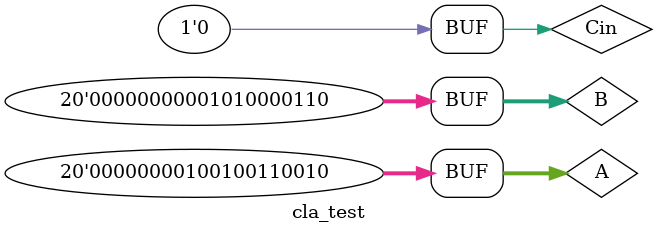
<source format=v>
`timescale 1ns / 1ps


module cla_test;

	// Inputs
	reg [19:0] A;
	reg [19:0] B;
	reg Cin;

	// Outputs
	wire [19:0] Sum;
	wire Ovf;

	// Instantiate the Unit Under Test (UUT)
	CLA20 uut (
		.A(A), 
		.B(B), 
		.Cin(Cin), 
		.Sum(Sum), 
		.Ovf(Ovf)
	);

	initial begin
		// Initialize Inputs
		A = 0;
		B = 0;
		Cin = 0;

		// Wait 100 ns for global reset to finish
		#100;
        
		// Add stimulus here
		{A} = 2354;
		{B} = 646;
		Cin = 0;		
		#100;

	end
      
endmodule


</source>
